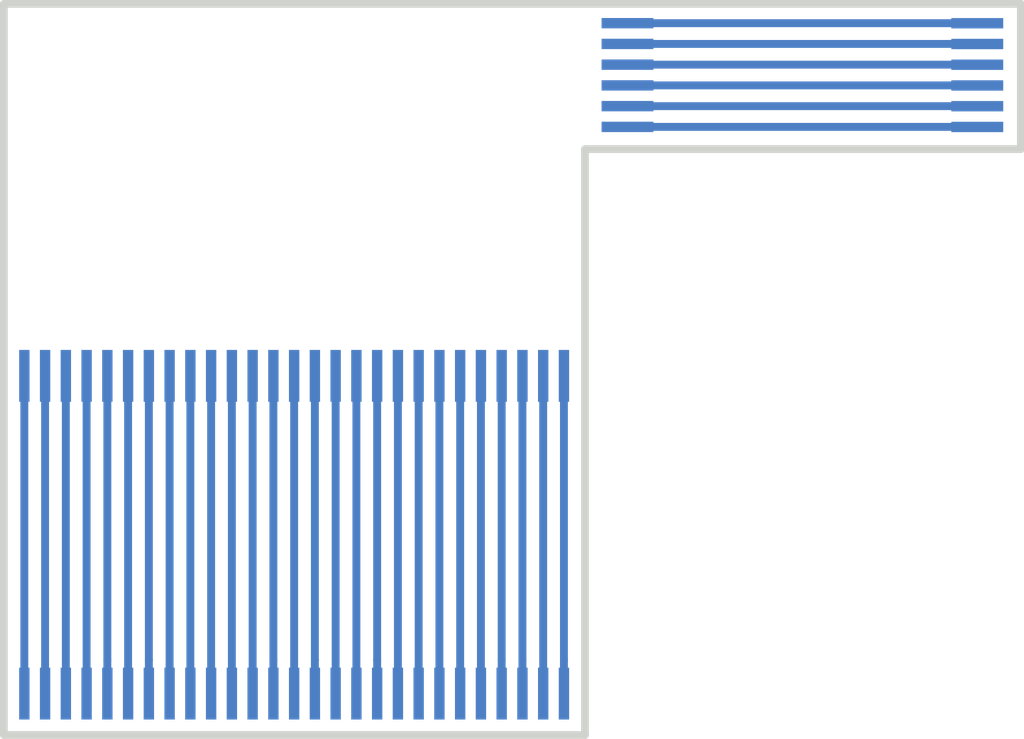
<source format=kicad_pcb>
(kicad_pcb (version 20171130) (host pcbnew "(5.1.5)-3")

  (general
    (thickness 1.6)
    (drawings 6)
    (tracks 51)
    (zones 0)
    (modules 4)
    (nets 34)
  )

  (page A4)
  (layers
    (0 F.Cu signal)
    (31 B.Cu signal)
    (32 B.Adhes user)
    (33 F.Adhes user)
    (34 B.Paste user)
    (35 F.Paste user)
    (36 B.SilkS user)
    (37 F.SilkS user)
    (38 B.Mask user)
    (39 F.Mask user)
    (40 Dwgs.User user)
    (41 Cmts.User user)
    (42 Eco1.User user)
    (43 Eco2.User user)
    (44 Edge.Cuts user)
    (45 Margin user)
    (46 B.CrtYd user)
    (47 F.CrtYd user)
    (48 B.Fab user hide)
    (49 F.Fab user hide)
  )

  (setup
    (last_trace_width 0.1524)
    (user_trace_width 0.1524)
    (user_trace_width 0.2032)
    (user_trace_width 0.254)
    (user_trace_width 0.3048)
    (user_trace_width 0.381)
    (trace_clearance 0.1016)
    (zone_clearance 0.508)
    (zone_45_only no)
    (trace_min 0.1524)
    (via_size 0.8)
    (via_drill 0.4)
    (via_min_size 0.508)
    (via_min_drill 0.254)
    (uvia_size 0.3)
    (uvia_drill 0.1)
    (uvias_allowed no)
    (uvia_min_size 0.2)
    (uvia_min_drill 0.1)
    (edge_width 0.15)
    (segment_width 0.2)
    (pcb_text_width 0.3)
    (pcb_text_size 1.5 1.5)
    (mod_edge_width 0.15)
    (mod_text_size 1 1)
    (mod_text_width 0.15)
    (pad_size 1.524 1.524)
    (pad_drill 0.762)
    (pad_to_mask_clearance 0.0254)
    (solder_mask_min_width 0.1016)
    (aux_axis_origin 0 0)
    (visible_elements 7FFFFFFF)
    (pcbplotparams
      (layerselection 0x010fc_ffffffff)
      (usegerberextensions false)
      (usegerberattributes false)
      (usegerberadvancedattributes false)
      (creategerberjobfile false)
      (excludeedgelayer true)
      (linewidth 0.100000)
      (plotframeref false)
      (viasonmask false)
      (mode 1)
      (useauxorigin false)
      (hpglpennumber 1)
      (hpglpenspeed 20)
      (hpglpendiameter 15.000000)
      (psnegative false)
      (psa4output false)
      (plotreference true)
      (plotvalue true)
      (plotinvisibletext false)
      (padsonsilk false)
      (subtractmaskfromsilk false)
      (outputformat 1)
      (mirror false)
      (drillshape 0)
      (scaleselection 1)
      (outputdirectory ""))
  )

  (net 0 "")
  (net 1 "Net-(J1-Pad27)")
  (net 2 "Net-(J1-Pad26)")
  (net 3 "Net-(J1-Pad25)")
  (net 4 "Net-(J1-Pad23)")
  (net 5 "Net-(J1-Pad21)")
  (net 6 "Net-(J1-Pad24)")
  (net 7 "Net-(J1-Pad20)")
  (net 8 "Net-(J1-Pad19)")
  (net 9 "Net-(J1-Pad18)")
  (net 10 "Net-(J1-Pad17)")
  (net 11 "Net-(J1-Pad16)")
  (net 12 "Net-(J1-Pad15)")
  (net 13 "Net-(J1-Pad22)")
  (net 14 "Net-(J1-Pad1)")
  (net 15 "Net-(J1-Pad2)")
  (net 16 "Net-(J1-Pad3)")
  (net 17 "Net-(J1-Pad4)")
  (net 18 "Net-(J1-Pad5)")
  (net 19 "Net-(J1-Pad6)")
  (net 20 "Net-(J1-Pad7)")
  (net 21 "Net-(J1-Pad8)")
  (net 22 "Net-(J1-Pad9)")
  (net 23 "Net-(J1-Pad10)")
  (net 24 "Net-(J1-Pad11)")
  (net 25 "Net-(J1-Pad12)")
  (net 26 "Net-(J1-Pad13)")
  (net 27 "Net-(J1-Pad14)")
  (net 28 "Net-(J3-Pad6)")
  (net 29 "Net-(J3-Pad5)")
  (net 30 "Net-(J3-Pad4)")
  (net 31 "Net-(J3-Pad3)")
  (net 32 "Net-(J3-Pad2)")
  (net 33 "Net-(J3-Pad1)")

  (net_class Default "This is the default net class."
    (clearance 0.1016)
    (trace_width 0.1524)
    (via_dia 0.8)
    (via_drill 0.4)
    (uvia_dia 0.3)
    (uvia_drill 0.1)
    (add_net "Net-(J1-Pad1)")
    (add_net "Net-(J1-Pad10)")
    (add_net "Net-(J1-Pad11)")
    (add_net "Net-(J1-Pad12)")
    (add_net "Net-(J1-Pad13)")
    (add_net "Net-(J1-Pad14)")
    (add_net "Net-(J1-Pad15)")
    (add_net "Net-(J1-Pad16)")
    (add_net "Net-(J1-Pad17)")
    (add_net "Net-(J1-Pad18)")
    (add_net "Net-(J1-Pad19)")
    (add_net "Net-(J1-Pad2)")
    (add_net "Net-(J1-Pad20)")
    (add_net "Net-(J1-Pad21)")
    (add_net "Net-(J1-Pad22)")
    (add_net "Net-(J1-Pad23)")
    (add_net "Net-(J1-Pad24)")
    (add_net "Net-(J1-Pad25)")
    (add_net "Net-(J1-Pad26)")
    (add_net "Net-(J1-Pad27)")
    (add_net "Net-(J1-Pad3)")
    (add_net "Net-(J1-Pad4)")
    (add_net "Net-(J1-Pad5)")
    (add_net "Net-(J1-Pad6)")
    (add_net "Net-(J1-Pad7)")
    (add_net "Net-(J1-Pad8)")
    (add_net "Net-(J1-Pad9)")
    (add_net "Net-(J3-Pad1)")
    (add_net "Net-(J3-Pad2)")
    (add_net "Net-(J3-Pad3)")
    (add_net "Net-(J3-Pad4)")
    (add_net "Net-(J3-Pad5)")
    (add_net "Net-(J3-Pad6)")
  )

  (module .Connector:B2B_Flex_6_Single_Row_200x1000_Pad_400P (layer B.Cu) (tedit 5F7D2505) (tstamp 5F7D8117)
    (at 148.46046 91.9734 90)
    (path /5F7DB4F4)
    (fp_text reference J4 (at -0.0254 1.6002 270) (layer B.SilkS) hide
      (effects (font (size 1 1) (thickness 0.15)) (justify mirror))
    )
    (fp_text value Conn_01x06 (at 0.3556 -3.048 270) (layer B.Fab)
      (effects (font (size 1 1) (thickness 0.15)) (justify mirror))
    )
    (pad 6 smd rect (at 2 0 90) (size 0.2 1) (layers B.Cu B.Paste B.Mask)
      (net 28 "Net-(J3-Pad6)") (zone_connect 0))
    (pad 5 smd rect (at 1.6 0 90) (size 0.2 1) (layers B.Cu B.Paste B.Mask)
      (net 29 "Net-(J3-Pad5)") (zone_connect 0))
    (pad 4 smd rect (at 1.2 0 90) (size 0.2 1) (layers B.Cu B.Paste B.Mask)
      (net 30 "Net-(J3-Pad4)") (zone_connect 0))
    (pad 3 smd rect (at 0.8 0 90) (size 0.2 1) (layers B.Cu B.Paste B.Mask)
      (net 31 "Net-(J3-Pad3)") (zone_connect 0))
    (pad 2 smd rect (at 0.4 0 90) (size 0.2 1) (layers B.Cu B.Paste B.Mask)
      (net 32 "Net-(J3-Pad2)") (zone_connect 0))
    (pad 1 smd rect (at 0 0 90) (size 0.2 1) (layers B.Cu B.Paste B.Mask)
      (net 33 "Net-(J3-Pad1)") (zone_connect 0))
  )

  (module .Connector:B2B_Flex_6_Single_Row_200x1000_Pad_400P (layer B.Cu) (tedit 5F7D2505) (tstamp 5F7D810D)
    (at 141.7193 91.97208 90)
    (path /5F7D50EC)
    (fp_text reference J3 (at -0.0254 1.6002 270) (layer B.SilkS) hide
      (effects (font (size 1 1) (thickness 0.15)) (justify mirror))
    )
    (fp_text value Conn_01x06 (at 0.3556 -3.048 180) (layer B.Fab)
      (effects (font (size 1 1) (thickness 0.15)) (justify mirror))
    )
    (pad 6 smd rect (at 2 0 90) (size 0.2 1) (layers B.Cu B.Paste B.Mask)
      (net 28 "Net-(J3-Pad6)") (zone_connect 0))
    (pad 5 smd rect (at 1.6 0 90) (size 0.2 1) (layers B.Cu B.Paste B.Mask)
      (net 29 "Net-(J3-Pad5)") (zone_connect 0))
    (pad 4 smd rect (at 1.2 0 90) (size 0.2 1) (layers B.Cu B.Paste B.Mask)
      (net 30 "Net-(J3-Pad4)") (zone_connect 0))
    (pad 3 smd rect (at 0.8 0 90) (size 0.2 1) (layers B.Cu B.Paste B.Mask)
      (net 31 "Net-(J3-Pad3)") (zone_connect 0))
    (pad 2 smd rect (at 0.4 0 90) (size 0.2 1) (layers B.Cu B.Paste B.Mask)
      (net 32 "Net-(J3-Pad2)") (zone_connect 0))
    (pad 1 smd rect (at 0 0 90) (size 0.2 1) (layers B.Cu B.Paste B.Mask)
      (net 33 "Net-(J3-Pad1)") (zone_connect 0))
  )

  (module .Connector:B2B_Flex_27_Single_Row_200x1000_Pad_400P (layer B.Cu) (tedit 5F587334) (tstamp 5F7D8103)
    (at 130.094 102.90188)
    (path /5F7DA7D3)
    (fp_text reference J2 (at -0.0254 1.6002) (layer B.SilkS) hide
      (effects (font (size 1 1) (thickness 0.15)) (justify mirror))
    )
    (fp_text value Conn_01x27 (at 0.3556 -3.048) (layer B.Fab)
      (effects (font (size 1 1) (thickness 0.15)) (justify mirror))
    )
    (pad 27 smd rect (at 10.4 0) (size 0.2 1) (layers B.Cu B.Paste B.Mask)
      (net 1 "Net-(J1-Pad27)") (zone_connect 0))
    (pad 26 smd rect (at 10 0) (size 0.2 1) (layers B.Cu B.Paste B.Mask)
      (net 2 "Net-(J1-Pad26)") (zone_connect 0))
    (pad 25 smd rect (at 9.6 0) (size 0.2 1) (layers B.Cu B.Paste B.Mask)
      (net 3 "Net-(J1-Pad25)") (zone_connect 0))
    (pad 23 smd rect (at 8.8 0) (size 0.2 1) (layers B.Cu B.Paste B.Mask)
      (net 4 "Net-(J1-Pad23)") (zone_connect 0))
    (pad 21 smd rect (at 8 0) (size 0.2 1) (layers B.Cu B.Paste B.Mask)
      (net 5 "Net-(J1-Pad21)") (zone_connect 0))
    (pad 24 smd rect (at 9.2 0) (size 0.2 1) (layers B.Cu B.Paste B.Mask)
      (net 6 "Net-(J1-Pad24)") (zone_connect 0))
    (pad 20 smd rect (at 7.6 0) (size 0.2 1) (layers B.Cu B.Paste B.Mask)
      (net 7 "Net-(J1-Pad20)") (zone_connect 0))
    (pad 19 smd rect (at 7.2 0) (size 0.2 1) (layers B.Cu B.Paste B.Mask)
      (net 8 "Net-(J1-Pad19)") (zone_connect 0))
    (pad 18 smd rect (at 6.8 0) (size 0.2 1) (layers B.Cu B.Paste B.Mask)
      (net 9 "Net-(J1-Pad18)") (zone_connect 0))
    (pad 17 smd rect (at 6.4 0) (size 0.2 1) (layers B.Cu B.Paste B.Mask)
      (net 10 "Net-(J1-Pad17)") (zone_connect 0))
    (pad 16 smd rect (at 6 0) (size 0.2 1) (layers B.Cu B.Paste B.Mask)
      (net 11 "Net-(J1-Pad16)") (zone_connect 0))
    (pad 15 smd rect (at 5.6 0) (size 0.2 1) (layers B.Cu B.Paste B.Mask)
      (net 12 "Net-(J1-Pad15)") (zone_connect 0))
    (pad 22 smd rect (at 8.4 0) (size 0.2 1) (layers B.Cu B.Paste B.Mask)
      (net 13 "Net-(J1-Pad22)") (zone_connect 0))
    (pad 1 smd rect (at 0 0) (size 0.2 1) (layers B.Cu B.Paste B.Mask)
      (net 14 "Net-(J1-Pad1)") (zone_connect 0))
    (pad 2 smd rect (at 0.4 0) (size 0.2 1) (layers B.Cu B.Paste B.Mask)
      (net 15 "Net-(J1-Pad2)") (zone_connect 0))
    (pad 3 smd rect (at 0.8 0) (size 0.2 1) (layers B.Cu B.Paste B.Mask)
      (net 16 "Net-(J1-Pad3)") (zone_connect 0))
    (pad 4 smd rect (at 1.2 0) (size 0.2 1) (layers B.Cu B.Paste B.Mask)
      (net 17 "Net-(J1-Pad4)") (zone_connect 0))
    (pad 5 smd rect (at 1.6 0) (size 0.2 1) (layers B.Cu B.Paste B.Mask)
      (net 18 "Net-(J1-Pad5)") (zone_connect 0))
    (pad 6 smd rect (at 2 0) (size 0.2 1) (layers B.Cu B.Paste B.Mask)
      (net 19 "Net-(J1-Pad6)") (zone_connect 0))
    (pad 7 smd rect (at 2.4 0) (size 0.2 1) (layers B.Cu B.Paste B.Mask)
      (net 20 "Net-(J1-Pad7)") (zone_connect 0))
    (pad 8 smd rect (at 2.8 0) (size 0.2 1) (layers B.Cu B.Paste B.Mask)
      (net 21 "Net-(J1-Pad8)") (zone_connect 0))
    (pad 9 smd rect (at 3.2 0) (size 0.2 1) (layers B.Cu B.Paste B.Mask)
      (net 22 "Net-(J1-Pad9)") (zone_connect 0))
    (pad 10 smd rect (at 3.6 0) (size 0.2 1) (layers B.Cu B.Paste B.Mask)
      (net 23 "Net-(J1-Pad10)") (zone_connect 0))
    (pad 11 smd rect (at 4 0) (size 0.2 1) (layers B.Cu B.Paste B.Mask)
      (net 24 "Net-(J1-Pad11)") (zone_connect 0))
    (pad 12 smd rect (at 4.4 0) (size 0.2 1) (layers B.Cu B.Paste B.Mask)
      (net 25 "Net-(J1-Pad12)") (zone_connect 0))
    (pad 13 smd rect (at 4.8 0) (size 0.2 1) (layers B.Cu B.Paste B.Mask)
      (net 26 "Net-(J1-Pad13)") (zone_connect 0))
    (pad 14 smd rect (at 5.2 0) (size 0.2 1) (layers B.Cu B.Paste B.Mask)
      (net 27 "Net-(J1-Pad14)") (zone_connect 0))
  )

  (module .Connector:B2B_Flex_27_Single_Row_200x1000_Pad_400P (layer B.Cu) (tedit 5F587334) (tstamp 5F7D80E4)
    (at 130.094 96.774)
    (path /5F7D25F8)
    (fp_text reference J1 (at -0.0254 1.6002) (layer B.SilkS) hide
      (effects (font (size 1 1) (thickness 0.15)) (justify mirror))
    )
    (fp_text value Conn_01x27 (at 0.3556 -3.048) (layer B.Fab)
      (effects (font (size 1 1) (thickness 0.15)) (justify mirror))
    )
    (pad 27 smd rect (at 10.4 0) (size 0.2 1) (layers B.Cu B.Paste B.Mask)
      (net 1 "Net-(J1-Pad27)") (zone_connect 0))
    (pad 26 smd rect (at 10 0) (size 0.2 1) (layers B.Cu B.Paste B.Mask)
      (net 2 "Net-(J1-Pad26)") (zone_connect 0))
    (pad 25 smd rect (at 9.6 0) (size 0.2 1) (layers B.Cu B.Paste B.Mask)
      (net 3 "Net-(J1-Pad25)") (zone_connect 0))
    (pad 23 smd rect (at 8.8 0) (size 0.2 1) (layers B.Cu B.Paste B.Mask)
      (net 4 "Net-(J1-Pad23)") (zone_connect 0))
    (pad 21 smd rect (at 8 0) (size 0.2 1) (layers B.Cu B.Paste B.Mask)
      (net 5 "Net-(J1-Pad21)") (zone_connect 0))
    (pad 24 smd rect (at 9.2 0) (size 0.2 1) (layers B.Cu B.Paste B.Mask)
      (net 6 "Net-(J1-Pad24)") (zone_connect 0))
    (pad 20 smd rect (at 7.6 0) (size 0.2 1) (layers B.Cu B.Paste B.Mask)
      (net 7 "Net-(J1-Pad20)") (zone_connect 0))
    (pad 19 smd rect (at 7.2 0) (size 0.2 1) (layers B.Cu B.Paste B.Mask)
      (net 8 "Net-(J1-Pad19)") (zone_connect 0))
    (pad 18 smd rect (at 6.8 0) (size 0.2 1) (layers B.Cu B.Paste B.Mask)
      (net 9 "Net-(J1-Pad18)") (zone_connect 0))
    (pad 17 smd rect (at 6.4 0) (size 0.2 1) (layers B.Cu B.Paste B.Mask)
      (net 10 "Net-(J1-Pad17)") (zone_connect 0))
    (pad 16 smd rect (at 6 0) (size 0.2 1) (layers B.Cu B.Paste B.Mask)
      (net 11 "Net-(J1-Pad16)") (zone_connect 0))
    (pad 15 smd rect (at 5.6 0) (size 0.2 1) (layers B.Cu B.Paste B.Mask)
      (net 12 "Net-(J1-Pad15)") (zone_connect 0))
    (pad 22 smd rect (at 8.4 0) (size 0.2 1) (layers B.Cu B.Paste B.Mask)
      (net 13 "Net-(J1-Pad22)") (zone_connect 0))
    (pad 1 smd rect (at 0 0) (size 0.2 1) (layers B.Cu B.Paste B.Mask)
      (net 14 "Net-(J1-Pad1)") (zone_connect 0))
    (pad 2 smd rect (at 0.4 0) (size 0.2 1) (layers B.Cu B.Paste B.Mask)
      (net 15 "Net-(J1-Pad2)") (zone_connect 0))
    (pad 3 smd rect (at 0.8 0) (size 0.2 1) (layers B.Cu B.Paste B.Mask)
      (net 16 "Net-(J1-Pad3)") (zone_connect 0))
    (pad 4 smd rect (at 1.2 0) (size 0.2 1) (layers B.Cu B.Paste B.Mask)
      (net 17 "Net-(J1-Pad4)") (zone_connect 0))
    (pad 5 smd rect (at 1.6 0) (size 0.2 1) (layers B.Cu B.Paste B.Mask)
      (net 18 "Net-(J1-Pad5)") (zone_connect 0))
    (pad 6 smd rect (at 2 0) (size 0.2 1) (layers B.Cu B.Paste B.Mask)
      (net 19 "Net-(J1-Pad6)") (zone_connect 0))
    (pad 7 smd rect (at 2.4 0) (size 0.2 1) (layers B.Cu B.Paste B.Mask)
      (net 20 "Net-(J1-Pad7)") (zone_connect 0))
    (pad 8 smd rect (at 2.8 0) (size 0.2 1) (layers B.Cu B.Paste B.Mask)
      (net 21 "Net-(J1-Pad8)") (zone_connect 0))
    (pad 9 smd rect (at 3.2 0) (size 0.2 1) (layers B.Cu B.Paste B.Mask)
      (net 22 "Net-(J1-Pad9)") (zone_connect 0))
    (pad 10 smd rect (at 3.6 0) (size 0.2 1) (layers B.Cu B.Paste B.Mask)
      (net 23 "Net-(J1-Pad10)") (zone_connect 0))
    (pad 11 smd rect (at 4 0) (size 0.2 1) (layers B.Cu B.Paste B.Mask)
      (net 24 "Net-(J1-Pad11)") (zone_connect 0))
    (pad 12 smd rect (at 4.4 0) (size 0.2 1) (layers B.Cu B.Paste B.Mask)
      (net 25 "Net-(J1-Pad12)") (zone_connect 0))
    (pad 13 smd rect (at 4.8 0) (size 0.2 1) (layers B.Cu B.Paste B.Mask)
      (net 26 "Net-(J1-Pad13)") (zone_connect 0))
    (pad 14 smd rect (at 5.2 0) (size 0.2 1) (layers B.Cu B.Paste B.Mask)
      (net 27 "Net-(J1-Pad14)") (zone_connect 0))
  )

  (gr_line (start 149.3 89.6) (end 129.7 89.6) (layer Edge.Cuts) (width 0.15))
  (gr_line (start 149.3 92.4) (end 149.3 89.6) (layer Edge.Cuts) (width 0.15))
  (gr_line (start 140.9 92.4) (end 149.3 92.4) (layer Edge.Cuts) (width 0.15))
  (gr_line (start 140.9 103.7) (end 140.9 92.4) (layer Edge.Cuts) (width 0.15))
  (gr_line (start 129.7 103.7) (end 140.9 103.7) (layer Edge.Cuts) (width 0.15))
  (gr_line (start 129.7 89.6) (end 129.7 103.7) (layer Edge.Cuts) (width 0.15))

  (segment (start 140.494 102.24948) (end 140.494 96.774) (width 0.1524) (layer B.Cu) (net 1))
  (segment (start 140.494 102.90188) (end 140.494 102.24948) (width 0.1524) (layer B.Cu) (net 1))
  (segment (start 140.094 102.90188) (end 140.094 96.774) (width 0.1524) (layer B.Cu) (net 2))
  (segment (start 139.694 102.24948) (end 139.694 96.774) (width 0.1524) (layer B.Cu) (net 3))
  (segment (start 139.694 102.90188) (end 139.694 102.24948) (width 0.1524) (layer B.Cu) (net 3))
  (segment (start 138.894 102.90188) (end 138.894 96.774) (width 0.1524) (layer B.Cu) (net 4))
  (segment (start 138.094 102.531) (end 138.094 96.774) (width 0.1524) (layer B.Cu) (net 5))
  (segment (start 138.094 102.90188) (end 138.094 102.531) (width 0.1524) (layer B.Cu) (net 5))
  (segment (start 139.294 102.24948) (end 139.294 96.774) (width 0.1524) (layer B.Cu) (net 6))
  (segment (start 139.294 102.90188) (end 139.294 102.24948) (width 0.1524) (layer B.Cu) (net 6))
  (segment (start 137.694 102.90188) (end 137.694 96.774) (width 0.1524) (layer B.Cu) (net 7))
  (segment (start 137.294 102.90188) (end 137.294 96.774) (width 0.1524) (layer B.Cu) (net 8))
  (segment (start 136.894 102.24948) (end 136.894 96.774) (width 0.1524) (layer B.Cu) (net 9))
  (segment (start 136.894 102.90188) (end 136.894 102.24948) (width 0.1524) (layer B.Cu) (net 9))
  (segment (start 136.494 102.90188) (end 136.494 96.774) (width 0.1524) (layer B.Cu) (net 10))
  (segment (start 136.094 102.90188) (end 136.094 96.774) (width 0.1524) (layer B.Cu) (net 11))
  (segment (start 135.694 102.24948) (end 135.694 96.774) (width 0.1524) (layer B.Cu) (net 12))
  (segment (start 135.694 102.90188) (end 135.694 102.24948) (width 0.1524) (layer B.Cu) (net 12))
  (segment (start 138.494 102.90188) (end 138.494 96.774) (width 0.1524) (layer B.Cu) (net 13))
  (segment (start 130.094 102.90188) (end 130.094 96.774) (width 0.1524) (layer B.Cu) (net 14))
  (segment (start 130.494 102.90188) (end 130.494 96.774) (width 0.1524) (layer B.Cu) (net 15))
  (segment (start 130.894 102.90188) (end 130.894 96.774) (width 0.1524) (layer B.Cu) (net 16))
  (segment (start 131.294 102.531) (end 131.294 96.774) (width 0.1524) (layer B.Cu) (net 17))
  (segment (start 131.294 102.90188) (end 131.294 102.531) (width 0.1524) (layer B.Cu) (net 17))
  (segment (start 131.694 102.24948) (end 131.694 96.774) (width 0.1524) (layer B.Cu) (net 18))
  (segment (start 131.694 102.90188) (end 131.694 102.24948) (width 0.1524) (layer B.Cu) (net 18))
  (segment (start 132.094 102.90188) (end 132.094 96.774) (width 0.1524) (layer B.Cu) (net 19))
  (segment (start 132.494 102.24948) (end 132.494 96.774) (width 0.1524) (layer B.Cu) (net 20))
  (segment (start 132.494 102.90188) (end 132.494 102.24948) (width 0.1524) (layer B.Cu) (net 20))
  (segment (start 132.894 102.90188) (end 132.894 96.774) (width 0.1524) (layer B.Cu) (net 21))
  (segment (start 133.294 102.631) (end 133.294 96.774) (width 0.1524) (layer B.Cu) (net 22))
  (segment (start 133.294 102.90188) (end 133.294 102.631) (width 0.1524) (layer B.Cu) (net 22))
  (segment (start 133.694 102.90188) (end 133.694 96.774) (width 0.1524) (layer B.Cu) (net 23))
  (segment (start 134.094 102.90188) (end 134.094 96.774) (width 0.1524) (layer B.Cu) (net 24))
  (segment (start 134.494 102.90188) (end 134.494 96.774) (width 0.1524) (layer B.Cu) (net 25))
  (segment (start 134.894 102.24948) (end 134.894 96.774) (width 0.1524) (layer B.Cu) (net 26))
  (segment (start 134.894 102.90188) (end 134.894 102.24948) (width 0.1524) (layer B.Cu) (net 26))
  (segment (start 135.294 102.606) (end 135.294 96.774) (width 0.1524) (layer B.Cu) (net 27))
  (segment (start 135.294 102.90188) (end 135.294 102.606) (width 0.1524) (layer B.Cu) (net 27))
  (segment (start 148.45914 89.97208) (end 148.46046 89.9734) (width 0.1524) (layer B.Cu) (net 28))
  (segment (start 141.7193 89.97208) (end 148.45914 89.97208) (width 0.1524) (layer B.Cu) (net 28))
  (segment (start 148.45914 90.37208) (end 148.46046 90.3734) (width 0.1524) (layer B.Cu) (net 29))
  (segment (start 141.7193 90.37208) (end 148.45914 90.37208) (width 0.1524) (layer B.Cu) (net 29))
  (segment (start 148.45914 90.77208) (end 148.46046 90.7734) (width 0.1524) (layer B.Cu) (net 30))
  (segment (start 141.7193 90.77208) (end 148.45914 90.77208) (width 0.1524) (layer B.Cu) (net 30))
  (segment (start 148.45914 91.17208) (end 148.46046 91.1734) (width 0.1524) (layer B.Cu) (net 31))
  (segment (start 141.7193 91.17208) (end 148.45914 91.17208) (width 0.1524) (layer B.Cu) (net 31))
  (segment (start 148.45914 91.57208) (end 148.46046 91.5734) (width 0.1524) (layer B.Cu) (net 32))
  (segment (start 141.7193 91.57208) (end 148.45914 91.57208) (width 0.1524) (layer B.Cu) (net 32))
  (segment (start 148.45914 91.97208) (end 148.46046 91.9734) (width 0.1524) (layer B.Cu) (net 33))
  (segment (start 141.7193 91.97208) (end 148.45914 91.97208) (width 0.1524) (layer B.Cu) (net 33))

)

</source>
